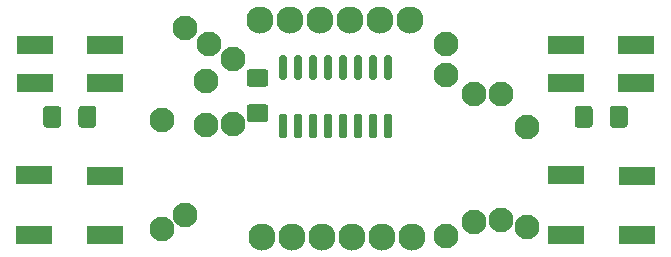
<source format=gbr>
%TF.GenerationSoftware,KiCad,Pcbnew,(5.1.6)-1*%
%TF.CreationDate,2025-01-26T05:21:37-05:00*%
%TF.ProjectId,test,74657374-2e6b-4696-9361-645f70636258,rev?*%
%TF.SameCoordinates,PX88601c0PY5f5e100*%
%TF.FileFunction,Soldermask,Top*%
%TF.FilePolarity,Negative*%
%FSLAX46Y46*%
G04 Gerber Fmt 4.6, Leading zero omitted, Abs format (unit mm)*
G04 Created by KiCad (PCBNEW (5.1.6)-1) date 2025-01-26 05:21:37*
%MOMM*%
%LPD*%
G01*
G04 APERTURE LIST*
%ADD10R,3.100000X1.600000*%
%ADD11C,2.300000*%
%ADD12C,2.100000*%
G04 APERTURE END LIST*
%TO.C,C6*%
G36*
G01*
X22242544Y14575000D02*
X23557456Y14575000D01*
G75*
G02*
X23825000Y14307456I0J-267544D01*
G01*
X23825000Y13317544D01*
G75*
G02*
X23557456Y13050000I-267544J0D01*
G01*
X22242544Y13050000D01*
G75*
G02*
X21975000Y13317544I0J267544D01*
G01*
X21975000Y14307456D01*
G75*
G02*
X22242544Y14575000I267544J0D01*
G01*
G37*
G36*
G01*
X22242544Y17550000D02*
X23557456Y17550000D01*
G75*
G02*
X23825000Y17282456I0J-267544D01*
G01*
X23825000Y16292544D01*
G75*
G02*
X23557456Y16025000I-267544J0D01*
G01*
X22242544Y16025000D01*
G75*
G02*
X21975000Y16292544I0J267544D01*
G01*
X21975000Y17282456D01*
G75*
G02*
X22242544Y17550000I267544J0D01*
G01*
G37*
%TD*%
D10*
%TO.C,D3*%
X4050000Y19600000D03*
X4050000Y16400000D03*
X9950000Y19600000D03*
X9950000Y16400000D03*
%TD*%
%TO.C,D4*%
X54950000Y16400000D03*
X54950000Y19600000D03*
X49050000Y16400000D03*
X49050000Y19600000D03*
%TD*%
D11*
%TO.C,J1*%
X23150000Y21700000D03*
X25690000Y21700000D03*
X28230000Y21700000D03*
X30770000Y21700000D03*
X33310000Y21700000D03*
X35850000Y21700000D03*
%TD*%
%TO.C,J2*%
X35950000Y3300000D03*
X33410000Y3300000D03*
X30870000Y3300000D03*
X28330000Y3300000D03*
X25790000Y3300000D03*
X23250000Y3300000D03*
%TD*%
%TO.C,C3*%
G36*
G01*
X6275000Y14157456D02*
X6275000Y12842544D01*
G75*
G02*
X6007456Y12575000I-267544J0D01*
G01*
X5017544Y12575000D01*
G75*
G02*
X4750000Y12842544I0J267544D01*
G01*
X4750000Y14157456D01*
G75*
G02*
X5017544Y14425000I267544J0D01*
G01*
X6007456Y14425000D01*
G75*
G02*
X6275000Y14157456I0J-267544D01*
G01*
G37*
G36*
G01*
X9250000Y14157456D02*
X9250000Y12842544D01*
G75*
G02*
X8982456Y12575000I-267544J0D01*
G01*
X7992544Y12575000D01*
G75*
G02*
X7725000Y12842544I0J267544D01*
G01*
X7725000Y14157456D01*
G75*
G02*
X7992544Y14425000I267544J0D01*
G01*
X8982456Y14425000D01*
G75*
G02*
X9250000Y14157456I0J-267544D01*
G01*
G37*
%TD*%
%TO.C,C4*%
G36*
G01*
X51275000Y14157456D02*
X51275000Y12842544D01*
G75*
G02*
X51007456Y12575000I-267544J0D01*
G01*
X50017544Y12575000D01*
G75*
G02*
X49750000Y12842544I0J267544D01*
G01*
X49750000Y14157456D01*
G75*
G02*
X50017544Y14425000I267544J0D01*
G01*
X51007456Y14425000D01*
G75*
G02*
X51275000Y14157456I0J-267544D01*
G01*
G37*
G36*
G01*
X54250000Y14157456D02*
X54250000Y12842544D01*
G75*
G02*
X53982456Y12575000I-267544J0D01*
G01*
X52992544Y12575000D01*
G75*
G02*
X52725000Y12842544I0J267544D01*
G01*
X52725000Y14157456D01*
G75*
G02*
X52992544Y14425000I267544J0D01*
G01*
X53982456Y14425000D01*
G75*
G02*
X54250000Y14157456I0J-267544D01*
G01*
G37*
%TD*%
%TO.C,U1*%
G36*
G01*
X25230000Y11700000D02*
X24880000Y11700000D01*
G75*
G02*
X24705000Y11875000I0J175000D01*
G01*
X24705000Y13575000D01*
G75*
G02*
X24880000Y13750000I175000J0D01*
G01*
X25230000Y13750000D01*
G75*
G02*
X25405000Y13575000I0J-175000D01*
G01*
X25405000Y11875000D01*
G75*
G02*
X25230000Y11700000I-175000J0D01*
G01*
G37*
G36*
G01*
X26500000Y11700000D02*
X26150000Y11700000D01*
G75*
G02*
X25975000Y11875000I0J175000D01*
G01*
X25975000Y13575000D01*
G75*
G02*
X26150000Y13750000I175000J0D01*
G01*
X26500000Y13750000D01*
G75*
G02*
X26675000Y13575000I0J-175000D01*
G01*
X26675000Y11875000D01*
G75*
G02*
X26500000Y11700000I-175000J0D01*
G01*
G37*
G36*
G01*
X27770000Y11700000D02*
X27420000Y11700000D01*
G75*
G02*
X27245000Y11875000I0J175000D01*
G01*
X27245000Y13575000D01*
G75*
G02*
X27420000Y13750000I175000J0D01*
G01*
X27770000Y13750000D01*
G75*
G02*
X27945000Y13575000I0J-175000D01*
G01*
X27945000Y11875000D01*
G75*
G02*
X27770000Y11700000I-175000J0D01*
G01*
G37*
G36*
G01*
X29040000Y11700000D02*
X28690000Y11700000D01*
G75*
G02*
X28515000Y11875000I0J175000D01*
G01*
X28515000Y13575000D01*
G75*
G02*
X28690000Y13750000I175000J0D01*
G01*
X29040000Y13750000D01*
G75*
G02*
X29215000Y13575000I0J-175000D01*
G01*
X29215000Y11875000D01*
G75*
G02*
X29040000Y11700000I-175000J0D01*
G01*
G37*
G36*
G01*
X30310000Y11700000D02*
X29960000Y11700000D01*
G75*
G02*
X29785000Y11875000I0J175000D01*
G01*
X29785000Y13575000D01*
G75*
G02*
X29960000Y13750000I175000J0D01*
G01*
X30310000Y13750000D01*
G75*
G02*
X30485000Y13575000I0J-175000D01*
G01*
X30485000Y11875000D01*
G75*
G02*
X30310000Y11700000I-175000J0D01*
G01*
G37*
G36*
G01*
X31580000Y11700000D02*
X31230000Y11700000D01*
G75*
G02*
X31055000Y11875000I0J175000D01*
G01*
X31055000Y13575000D01*
G75*
G02*
X31230000Y13750000I175000J0D01*
G01*
X31580000Y13750000D01*
G75*
G02*
X31755000Y13575000I0J-175000D01*
G01*
X31755000Y11875000D01*
G75*
G02*
X31580000Y11700000I-175000J0D01*
G01*
G37*
G36*
G01*
X32850000Y11700000D02*
X32500000Y11700000D01*
G75*
G02*
X32325000Y11875000I0J175000D01*
G01*
X32325000Y13575000D01*
G75*
G02*
X32500000Y13750000I175000J0D01*
G01*
X32850000Y13750000D01*
G75*
G02*
X33025000Y13575000I0J-175000D01*
G01*
X33025000Y11875000D01*
G75*
G02*
X32850000Y11700000I-175000J0D01*
G01*
G37*
G36*
G01*
X34120000Y11700000D02*
X33770000Y11700000D01*
G75*
G02*
X33595000Y11875000I0J175000D01*
G01*
X33595000Y13575000D01*
G75*
G02*
X33770000Y13750000I175000J0D01*
G01*
X34120000Y13750000D01*
G75*
G02*
X34295000Y13575000I0J-175000D01*
G01*
X34295000Y11875000D01*
G75*
G02*
X34120000Y11700000I-175000J0D01*
G01*
G37*
G36*
G01*
X34120000Y16650000D02*
X33770000Y16650000D01*
G75*
G02*
X33595000Y16825000I0J175000D01*
G01*
X33595000Y18525000D01*
G75*
G02*
X33770000Y18700000I175000J0D01*
G01*
X34120000Y18700000D01*
G75*
G02*
X34295000Y18525000I0J-175000D01*
G01*
X34295000Y16825000D01*
G75*
G02*
X34120000Y16650000I-175000J0D01*
G01*
G37*
G36*
G01*
X32850000Y16650000D02*
X32500000Y16650000D01*
G75*
G02*
X32325000Y16825000I0J175000D01*
G01*
X32325000Y18525000D01*
G75*
G02*
X32500000Y18700000I175000J0D01*
G01*
X32850000Y18700000D01*
G75*
G02*
X33025000Y18525000I0J-175000D01*
G01*
X33025000Y16825000D01*
G75*
G02*
X32850000Y16650000I-175000J0D01*
G01*
G37*
G36*
G01*
X31580000Y16650000D02*
X31230000Y16650000D01*
G75*
G02*
X31055000Y16825000I0J175000D01*
G01*
X31055000Y18525000D01*
G75*
G02*
X31230000Y18700000I175000J0D01*
G01*
X31580000Y18700000D01*
G75*
G02*
X31755000Y18525000I0J-175000D01*
G01*
X31755000Y16825000D01*
G75*
G02*
X31580000Y16650000I-175000J0D01*
G01*
G37*
G36*
G01*
X30310000Y16650000D02*
X29960000Y16650000D01*
G75*
G02*
X29785000Y16825000I0J175000D01*
G01*
X29785000Y18525000D01*
G75*
G02*
X29960000Y18700000I175000J0D01*
G01*
X30310000Y18700000D01*
G75*
G02*
X30485000Y18525000I0J-175000D01*
G01*
X30485000Y16825000D01*
G75*
G02*
X30310000Y16650000I-175000J0D01*
G01*
G37*
G36*
G01*
X29040000Y16650000D02*
X28690000Y16650000D01*
G75*
G02*
X28515000Y16825000I0J175000D01*
G01*
X28515000Y18525000D01*
G75*
G02*
X28690000Y18700000I175000J0D01*
G01*
X29040000Y18700000D01*
G75*
G02*
X29215000Y18525000I0J-175000D01*
G01*
X29215000Y16825000D01*
G75*
G02*
X29040000Y16650000I-175000J0D01*
G01*
G37*
G36*
G01*
X27770000Y16650000D02*
X27420000Y16650000D01*
G75*
G02*
X27245000Y16825000I0J175000D01*
G01*
X27245000Y18525000D01*
G75*
G02*
X27420000Y18700000I175000J0D01*
G01*
X27770000Y18700000D01*
G75*
G02*
X27945000Y18525000I0J-175000D01*
G01*
X27945000Y16825000D01*
G75*
G02*
X27770000Y16650000I-175000J0D01*
G01*
G37*
G36*
G01*
X26500000Y16650000D02*
X26150000Y16650000D01*
G75*
G02*
X25975000Y16825000I0J175000D01*
G01*
X25975000Y18525000D01*
G75*
G02*
X26150000Y18700000I175000J0D01*
G01*
X26500000Y18700000D01*
G75*
G02*
X26675000Y18525000I0J-175000D01*
G01*
X26675000Y16825000D01*
G75*
G02*
X26500000Y16650000I-175000J0D01*
G01*
G37*
G36*
G01*
X25230000Y16650000D02*
X24880000Y16650000D01*
G75*
G02*
X24705000Y16825000I0J175000D01*
G01*
X24705000Y18525000D01*
G75*
G02*
X24880000Y18700000I175000J0D01*
G01*
X25230000Y18700000D01*
G75*
G02*
X25405000Y18525000I0J-175000D01*
G01*
X25405000Y16825000D01*
G75*
G02*
X25230000Y16650000I-175000J0D01*
G01*
G37*
%TD*%
D10*
%TO.C,SW3*%
X4000000Y3460000D03*
X4000000Y8540000D03*
X10000000Y3460000D03*
X10000000Y8500000D03*
%TD*%
%TO.C,SW4*%
X55000000Y8500000D03*
X55000000Y3460000D03*
X49000000Y8540000D03*
X49000000Y3460000D03*
%TD*%
D12*
X38900000Y17000000D03*
X38900000Y3400000D03*
X18560000Y16570000D03*
X18560000Y12770000D03*
X14800000Y4000000D03*
X14800000Y13200000D03*
X38900000Y19700000D03*
X18800000Y19650000D03*
X20800000Y12900000D03*
X20800000Y18400000D03*
X45700000Y4200000D03*
X45700000Y12600000D03*
X41200000Y4600000D03*
X41200000Y15400000D03*
X16800000Y21000000D03*
X16800000Y5200000D03*
X43500000Y4800000D03*
X43500000Y15400000D03*
M02*

</source>
